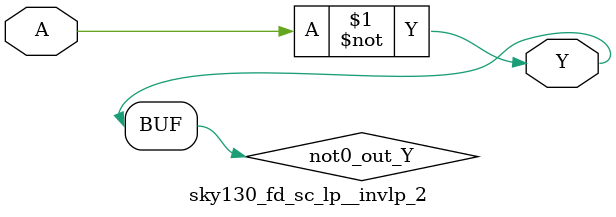
<source format=v>
/*
 * Copyright 2020 The SkyWater PDK Authors
 *
 * Licensed under the Apache License, Version 2.0 (the "License");
 * you may not use this file except in compliance with the License.
 * You may obtain a copy of the License at
 *
 *     https://www.apache.org/licenses/LICENSE-2.0
 *
 * Unless required by applicable law or agreed to in writing, software
 * distributed under the License is distributed on an "AS IS" BASIS,
 * WITHOUT WARRANTIES OR CONDITIONS OF ANY KIND, either express or implied.
 * See the License for the specific language governing permissions and
 * limitations under the License.
 *
 * SPDX-License-Identifier: Apache-2.0
*/


`ifndef SKY130_FD_SC_LP__INVLP_2_FUNCTIONAL_V
`define SKY130_FD_SC_LP__INVLP_2_FUNCTIONAL_V

/**
 * invlp: Low Power Inverter.
 *
 * Verilog simulation functional model.
 */

`timescale 1ns / 1ps
`default_nettype none

`celldefine
module sky130_fd_sc_lp__invlp_2 (
    Y,
    A
);

    // Module ports
    output Y;
    input  A;

    // Local signals
    wire not0_out_Y;

    //  Name  Output      Other arguments
    not not0 (not0_out_Y, A              );
    buf buf0 (Y         , not0_out_Y     );

endmodule
`endcelldefine

`default_nettype wire
`endif  // SKY130_FD_SC_LP__INVLP_2_FUNCTIONAL_V

</source>
